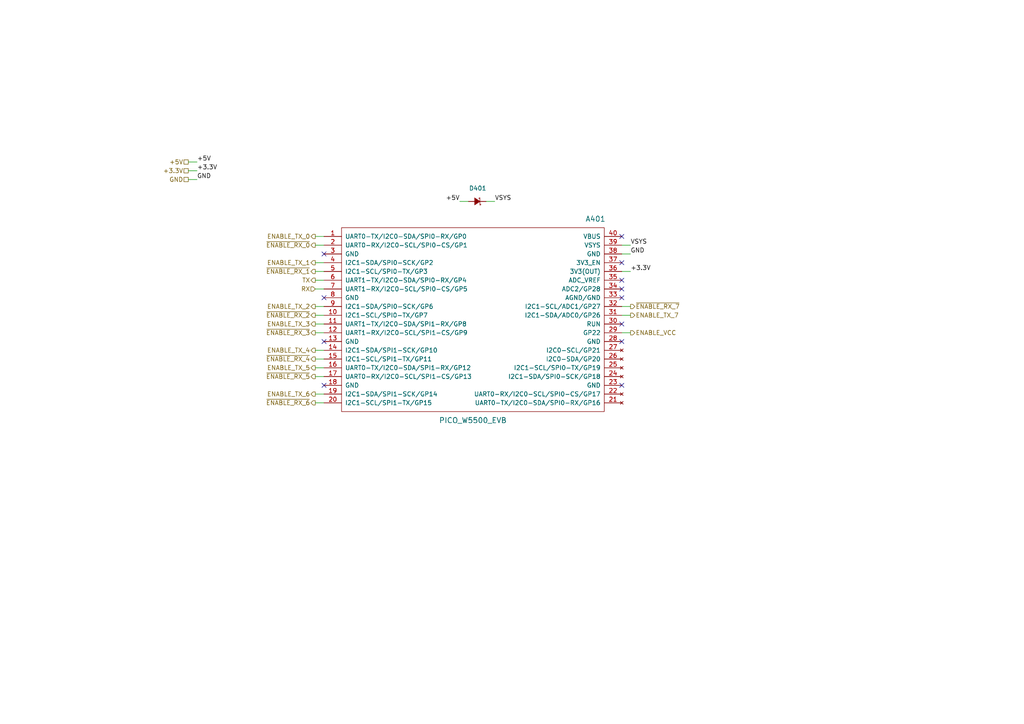
<source format=kicad_sch>
(kicad_sch (version 20230121) (generator eeschema)
  (paper "A4")
  (lib_symbols
    (symbol "Janelia:D_SCHOTTKY_20V_1A" (pin_numbers hide) (pin_names (offset 0.254) hide)
      (property "Reference" "D" (at -1.27 2.032 0))
      (symbol "D_SCHOTTKY_20V_1A_0_1"
        (polyline (pts (xy -0.762 -1.016) (xy -0.762 1.016)))
        (polyline (pts (xy -0.762 -1.016) (xy -0.508 -1.016) (xy -0.508 -0.762)))
        (polyline (pts (xy -0.762 1.016) (xy -1.016 1.016) (xy -1.016 0.762)))
        (polyline (pts (xy 0.762 -1.016) (xy -0.762 0) (xy 0.762 1.016) (xy 0.762 -1.016)) (fill (type outline)))
      )
      (symbol "D_SCHOTTKY_20V_1A_1_1"
        (pin passive line (at -2.54 0 0) (length 1.778) (name "K") (number "1"))
        (pin passive line (at 2.54 0 180) (length 1.778) (name "A") (number "2"))
      )
    )
    (symbol "Janelia:PICO-W5500-EVB_HEADER_HOLES" (pin_names (offset 1.016)) (in_bom no)
      (property "Reference" "A" (at 35.56 29.21 0))
      (property "Value" "PICO_W5500_EVB" (at 0 -29.21 0))
      (symbol "PICO-W5500-EVB_HEADER_HOLES_0_1"
        (rectangle (start -38.1 26.67) (end 38.1 -26.67))
      )
      (symbol "PICO-W5500-EVB_HEADER_HOLES_1_1"
        (pin bidirectional line (at -43.18 24.13 0) (length 5.08) (name "UART0-TX/I2C0-SDA/SPI0-RX/GP0") (number "1"))
        (pin bidirectional line (at -43.18 1.27 0) (length 5.08) (name "I2C1-SCL/SPI0-TX/GP7") (number "10"))
        (pin bidirectional line (at -43.18 -1.27 0) (length 5.08) (name "UART1-TX/I2C0-SDA/SPI1-RX/GP8") (number "11"))
        (pin bidirectional line (at -43.18 -3.81 0) (length 5.08) (name "UART1-RX/I2C0-SCL/SPI1-CS/GP9") (number "12"))
        (pin passive line (at -43.18 -6.35 0) (length 5.08) (name "GND") (number "13"))
        (pin bidirectional line (at -43.18 -8.89 0) (length 5.08) (name "I2C1-SDA/SPI1-SCK/GP10") (number "14"))
        (pin bidirectional line (at -43.18 -11.43 0) (length 5.08) (name "I2C1-SCL/SPI1-TX/GP11") (number "15"))
        (pin bidirectional line (at -43.18 -13.97 0) (length 5.08) (name "UART0-TX/I2C0-SDA/SPI1-RX/GP12") (number "16"))
        (pin bidirectional line (at -43.18 -16.51 0) (length 5.08) (name "UART0-RX/I2C0-SCL/SPI1-CS/GP13") (number "17"))
        (pin passive line (at -43.18 -19.05 0) (length 5.08) (name "GND") (number "18"))
        (pin bidirectional line (at -43.18 -21.59 0) (length 5.08) (name "I2C1-SDA/SPI1-SCK/GP14") (number "19"))
        (pin bidirectional line (at -43.18 21.59 0) (length 5.08) (name "UART0-RX/I2C0-SCL/SPI0-CS/GP1") (number "2"))
        (pin bidirectional line (at -43.18 -24.13 0) (length 5.08) (name "I2C1-SCL/SPI1-TX/GP15") (number "20"))
        (pin no_connect line (at 43.18 -24.13 180) (length 5.08) (name "UART0-TX/I2C0-SDA/SPI0-RX/GP16") (number "21"))
        (pin no_connect line (at 43.18 -21.59 180) (length 5.08) (name "UART0-RX/I2C0-SCL/SPI0-CS/GP17") (number "22"))
        (pin passive line (at 43.18 -19.05 180) (length 5.08) (name "GND") (number "23"))
        (pin no_connect line (at 43.18 -16.51 180) (length 5.08) (name "I2C1-SDA/SPI0-SCK/GP18") (number "24"))
        (pin no_connect line (at 43.18 -13.97 180) (length 5.08) (name "I2C1-SCL/SPI0-TX/GP19") (number "25"))
        (pin no_connect line (at 43.18 -11.43 180) (length 5.08) (name "I2C0-SDA/GP20") (number "26"))
        (pin no_connect line (at 43.18 -8.89 180) (length 5.08) (name "I2C0-SCL/GP21") (number "27"))
        (pin passive line (at 43.18 -6.35 180) (length 5.08) (name "GND") (number "28"))
        (pin passive line (at 43.18 -3.81 180) (length 5.08) (name "GP22") (number "29"))
        (pin passive line (at -43.18 19.05 0) (length 5.08) (name "GND") (number "3"))
        (pin passive line (at 43.18 -1.27 180) (length 5.08) (name "RUN") (number "30"))
        (pin passive line (at 43.18 1.27 180) (length 5.08) (name "I2C1-SDA/ADC0/GP26") (number "31"))
        (pin passive line (at 43.18 3.81 180) (length 5.08) (name "I2C1-SCL/ADC1/GP27") (number "32"))
        (pin passive line (at 43.18 6.35 180) (length 5.08) (name "AGND/GND") (number "33"))
        (pin passive line (at 43.18 8.89 180) (length 5.08) (name "ADC2/GP28") (number "34"))
        (pin passive line (at 43.18 11.43 180) (length 5.08) (name "ADC_VREF") (number "35"))
        (pin passive line (at 43.18 13.97 180) (length 5.08) (name "3V3(OUT)") (number "36"))
        (pin passive line (at 43.18 16.51 180) (length 5.08) (name "3V3_EN") (number "37"))
        (pin passive line (at 43.18 19.05 180) (length 5.08) (name "GND") (number "38"))
        (pin passive line (at 43.18 21.59 180) (length 5.08) (name "VSYS") (number "39"))
        (pin bidirectional line (at -43.18 16.51 0) (length 5.08) (name "I2C1-SDA/SPI0-SCK/GP2") (number "4"))
        (pin passive line (at 43.18 24.13 180) (length 5.08) (name "VBUS") (number "40"))
        (pin bidirectional line (at -43.18 13.97 0) (length 5.08) (name "I2C1-SCL/SPI0-TX/GP3") (number "5"))
        (pin bidirectional line (at -43.18 11.43 0) (length 5.08) (name "UART1-TX/I2C0-SDA/SPI0-RX/GP4") (number "6"))
        (pin bidirectional line (at -43.18 8.89 0) (length 5.08) (name "UART1-RX/I2C0-SCL/SPI0-CS/GP5") (number "7"))
        (pin passive line (at -43.18 6.35 0) (length 5.08) (name "GND") (number "8"))
        (pin bidirectional line (at -43.18 3.81 0) (length 5.08) (name "I2C1-SDA/SPI0-SCK/GP6") (number "9"))
      )
    )
  )
  (no_connect (at 180.34 81.28))
  (no_connect (at 180.34 99.06))
  (no_connect (at 93.98 86.36))
  (no_connect (at 180.34 68.58))
  (no_connect (at 180.34 86.36))
  (no_connect (at 180.34 93.98))
  (no_connect (at 180.34 111.76))
  (no_connect (at 180.34 76.2))
  (no_connect (at 93.98 99.06))
  (no_connect (at 93.98 73.66))
  (no_connect (at 93.98 111.76))
  (no_connect (at 180.34 83.82))
  (wire (pts (xy 91.44 109.22) (xy 93.98 109.22)))
  (wire (pts (xy 91.44 78.74) (xy 93.98 78.74)))
  (wire (pts (xy 91.44 68.58) (xy 93.98 68.58)))
  (wire (pts (xy 91.44 93.98) (xy 93.98 93.98)))
  (wire (pts (xy 91.44 71.12) (xy 93.98 71.12)))
  (wire (pts (xy 54.61 49.53) (xy 57.15 49.53)))
  (wire (pts (xy 91.44 106.68) (xy 93.98 106.68)))
  (wire (pts (xy 180.34 96.52) (xy 182.88 96.52)))
  (wire (pts (xy 91.44 76.2) (xy 93.98 76.2)))
  (wire (pts (xy 91.44 104.14) (xy 93.98 104.14)))
  (wire (pts (xy 180.34 78.74) (xy 182.88 78.74)))
  (wire (pts (xy 54.61 52.07) (xy 57.15 52.07)))
  (wire (pts (xy 91.44 83.82) (xy 93.98 83.82)))
  (wire (pts (xy 91.44 116.84) (xy 93.98 116.84)))
  (wire (pts (xy 182.88 91.44) (xy 180.34 91.44)))
  (wire (pts (xy 180.34 73.66) (xy 182.88 73.66)))
  (wire (pts (xy 182.88 88.9) (xy 180.34 88.9)))
  (wire (pts (xy 91.44 81.28) (xy 93.98 81.28)))
  (wire (pts (xy 91.44 88.9) (xy 93.98 88.9)))
  (wire (pts (xy 91.44 101.6) (xy 93.98 101.6)))
  (wire (pts (xy 140.97 58.42) (xy 143.51 58.42)))
  (wire (pts (xy 91.44 114.3) (xy 93.98 114.3)))
  (wire (pts (xy 91.44 96.52) (xy 93.98 96.52)))
  (wire (pts (xy 135.89 58.42) (xy 133.35 58.42)))
  (wire (pts (xy 54.61 46.99) (xy 57.15 46.99)))
  (wire (pts (xy 180.34 71.12) (xy 182.88 71.12)))
  (wire (pts (xy 91.44 91.44) (xy 93.98 91.44)))
  (label "+3.3V" (at 57.15 49.53 0))
  (label "+3.3V" (at 182.88 78.74 0))
  (label "+5V" (at 133.35 58.42 180))
  (label "VSYS" (at 182.88 71.12 0))
  (label "VSYS" (at 143.51 58.42 0))
  (label "+5V" (at 57.15 46.99 0))
  (label "GND" (at 57.15 52.07 0))
  (label "GND" (at 182.88 73.66 0))
  (hierarchical_label "ENABLE_VCC" (shape output) (at 182.88 96.52 0))
  (hierarchical_label "~{ENABLE_RX_0}" (shape output) (at 91.44 71.12 180))
  (hierarchical_label "~{ENABLE_RX_7}" (shape output) (at 182.88 88.9 0))
  (hierarchical_label "~{ENABLE_RX_6}" (shape output) (at 91.44 116.84 180))
  (hierarchical_label "ENABLE_TX_4" (shape output) (at 91.44 101.6 180))
  (hierarchical_label "+5V" (shape passive) (at 54.61 46.99 180))
  (hierarchical_label "TX" (shape output) (at 91.44 81.28 180))
  (hierarchical_label "ENABLE_TX_0" (shape output) (at 91.44 68.58 180))
  (hierarchical_label "~{ENABLE_RX_3}" (shape output) (at 91.44 96.52 180))
  (hierarchical_label "GND" (shape passive) (at 54.61 52.07 180))
  (hierarchical_label "ENABLE_TX_5" (shape output) (at 91.44 106.68 180))
  (hierarchical_label "ENABLE_TX_6" (shape output) (at 91.44 114.3 180))
  (hierarchical_label "ENABLE_TX_3" (shape output) (at 91.44 93.98 180))
  (hierarchical_label "ENABLE_TX_1" (shape output) (at 91.44 76.2 180))
  (hierarchical_label "~{ENABLE_RX_2}" (shape output) (at 91.44 91.44 180))
  (hierarchical_label "ENABLE_TX_2" (shape output) (at 91.44 88.9 180))
  (hierarchical_label "RX" (shape input) (at 91.44 83.82 180))
  (hierarchical_label "~{ENABLE_RX_5}" (shape output) (at 91.44 109.22 180))
  (hierarchical_label "ENABLE_TX_7" (shape output) (at 182.88 91.44 0))
  (hierarchical_label "+3.3V" (shape passive) (at 54.61 49.53 180))
  (hierarchical_label "~{ENABLE_RX_1}" (shape output) (at 91.44 78.74 180))
  (hierarchical_label "~{ENABLE_RX_4}" (shape output) (at 91.44 104.14 180))
  (symbol (lib_id "Janelia:PICO-W5500-EVB_HEADER_HOLES") (at 137.16 92.71 0) (unit 1) (in_bom no)
    (property "Reference" "A401" (at 172.72 63.5 0) (effects (font (size 1.524 1.524))))
    (property "Value" "PICO_W5500_EVB" (at 137.16 121.92 0) (effects (font (size 1.524 1.524))))
    (property "Footprint" "Janelia:Pico_Header_Holes" (effects hide))
    (property "Sim.Enable" "0" (effects hide))
  )
  (symbol (lib_id "Janelia:D_SCHOTTKY_20V_1A") (at 138.43 58.42 180) (unit 1)
    (property "Reference" "D401" (at 138.557 54.61 0))
    (property "Value" "D_SCHOTTKY_20V_1A" (effects hide))
    (property "Footprint" "Janelia:DIOM3616X98N" (effects hide))
    (property "Vendor" "Digi-Key" (effects hide))
    (property "Vendor Part Number" "MBR120VLSFT1GOSCT-ND" (effects hide))
    (property "Synopsis" "DIODE SCHOTTKY 20V 1A" (effects hide))
    (property "Manufacturer" "onsemi" (effects hide))
    (property "Manufacturer Part Number" "MBR120VLSFT1G" (effects hide))
    (property "Package" " SOD123FL" (effects hide))
    (property "Sim.Enable" "0" (effects hide))
    (property "LCSC" "C223608" (effects hide))
  )
)
</source>
